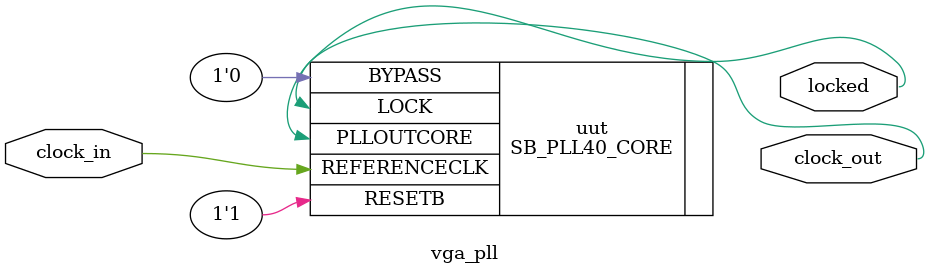
<source format=sv>
/**
 * PLL configuration
 *
 * This Verilog module was generated automatically
 * using the icepll tool from the IceStorm project.
 * Use at your own risk.
 *
 * Given input frequency:        12.000 MHz
 * Requested output frequency:   25.175 MHz
 * Achieved output frequency:    25.125 MHz
 */

module vga_pll (
    input  clock_in,
    output clock_out,
    output locked
);

`ifndef IVERILOG_LINT
    SB_PLL40_CORE #(
        .FEEDBACK_PATH("SIMPLE"),
        .DIVR(4'b0000),  // DIVR =  0
        .DIVF(7'b1000010),  // DIVF = 66
        .DIVQ(3'b101),  // DIVQ =  5
        .FILTER_RANGE(3'b001)  // FILTER_RANGE = 1
    ) uut (
        .LOCK(locked),
        .RESETB(1'b1),
        .BYPASS(1'b0),
        .REFERENCECLK(clock_in),
        .PLLOUTCORE(clock_out)
    );
`endif

endmodule

</source>
